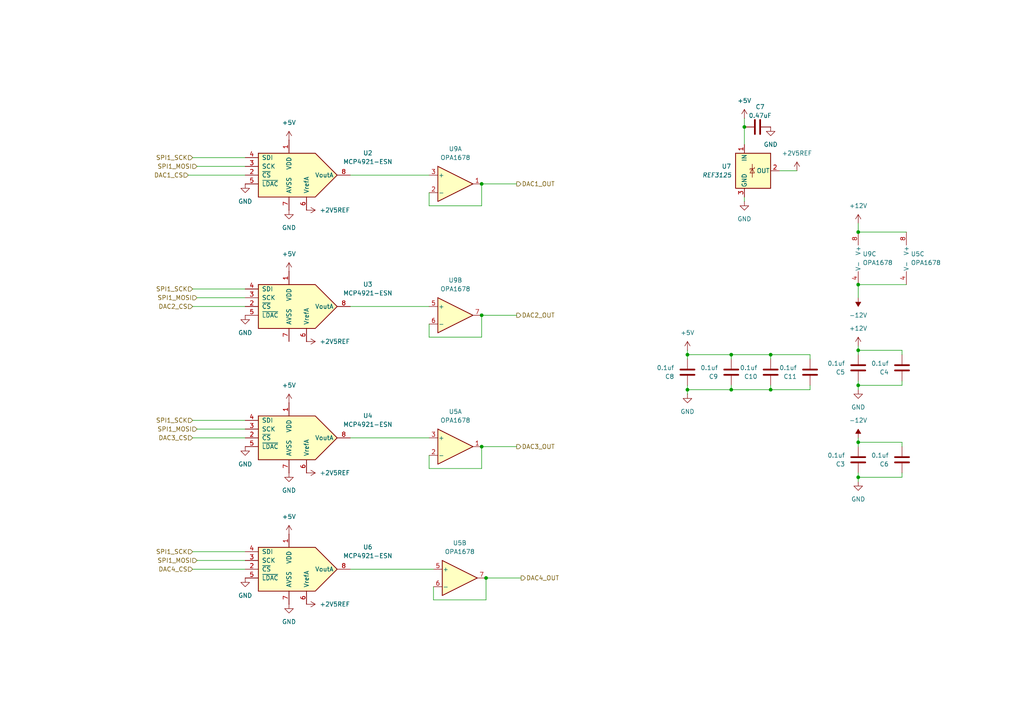
<source format=kicad_sch>
(kicad_sch (version 20250114) (generator "eeschema") (generator_version "9.0")
  (paper "A4")
  (lib_symbols
    (symbol "Amplifier_Operational:OPA1678" (pin_names (offset 0.127))
      (property "Reference" "U" (at 0 5.08 0))
      (property "Value" "OPA1678" (at 0 -5.08 0))
      (symbol "OPA1678_1_1"
        (polyline (pts (xy -5.08 5.08) (xy 5.08 0) (xy -5.08 -5.08) (xy -5.08 5.08)) (stroke (width 0.254)) (fill (type background)))
        (pin input line (at -7.62 2.54 0) (length 2.54) (name "+") (number "3"))
        (pin input line (at -7.62 -2.54 0) (length 2.54) (name "-") (number "2"))
        (pin output line (at 7.62 0 180) (length 2.54) (name "~") (number "1"))
      )
      (symbol "OPA1678_2_1"
        (polyline (pts (xy -5.08 5.08) (xy 5.08 0) (xy -5.08 -5.08) (xy -5.08 5.08)) (stroke (width 0.254)) (fill (type background)))
        (pin input line (at -7.62 2.54 0) (length 2.54) (name "+") (number "5"))
        (pin input line (at -7.62 -2.54 0) (length 2.54) (name "-") (number "6"))
        (pin output line (at 7.62 0 180) (length 2.54) (name "~") (number "7"))
      )
      (symbol "OPA1678_3_1"
        (pin power_in line (at -2.54 7.62 270) (length 3.81) (name "V+") (number "8"))
        (pin power_in line (at -2.54 -7.62 90) (length 3.81) (name "V-") (number "4"))
      )
    )
    (symbol "Analog_DAC:MCP4921-ESN" (pin_names (offset 1.016))
      (property "Reference" "U" (at -11.43 7.62 0))
      (property "Value" "MCP4921-ESN" (at 0 7.62 0))
      (symbol "MCP4921-ESN_0_1"
        (polyline (pts (xy -11.43 6.35) (xy 5.08 6.35) (xy 11.43 0) (xy 5.08 -6.35) (xy -11.43 -6.35) (xy -11.43 6.35)) (stroke (width 0.254)) (fill (type background)))
      )
      (symbol "MCP4921-ESN_1_1"
        (pin input line (at -15.24 5.08 0) (length 3.81) (name "SDI") (number "4"))
        (pin input line (at -15.24 2.54 0) (length 3.81) (name "SCK") (number "3"))
        (pin input line (at -15.24 0 0) (length 3.81) (name "~{CS}") (number "2"))
        (pin input line (at -15.24 -2.54 0) (length 3.81) (name "~{LDAC}") (number "5"))
        (pin power_in line (at -2.54 10.16 270) (length 3.81) (name "VDD") (number "1"))
        (pin power_in line (at -2.54 -10.16 90) (length 3.81) (name "AVSS") (number "7"))
        (pin passive line (at 2.54 -10.16 90) (length 3.81) (name "VrefA") (number "6"))
        (pin passive line (at 15.24 0 180) (length 3.81) (name "VoutA") (number "8"))
      )
    )
    (symbol "Device:C" (pin_numbers (hide yes)) (pin_names (offset 0.254))
      (property "Reference" "C" (at 0.635 2.54 0))
      (property "Value" "C" (at 0.635 -2.54 0))
      (symbol "C_0_1"
        (polyline (pts (xy -2.032 0.762) (xy 2.032 0.762)) (stroke (width 0.508)))
        (polyline (pts (xy -2.032 -0.762) (xy 2.032 -0.762)) (stroke (width 0.508)))
      )
      (symbol "C_1_1"
        (pin passive line (at 0 3.81 270) (length 2.794) (name "~") (number "1"))
        (pin passive line (at 0 -3.81 90) (length 2.794) (name "~") (number "2"))
      )
    )
    (symbol "Reference_Voltage:REF3025" (pin_names (offset 0.254))
      (property "Reference" "U" (at 0 6.35 0))
      (property "Value" "REF3025" (at 2.54 -6.35 0))
      (symbol "REF3025_0_1"
        (rectangle (start -5.08 5.08) (end 5.08 -5.08) (stroke (width 0.254)) (fill (type background)))
        (polyline (pts (xy -0.889 -0.635) (xy 0.381 -0.635) (xy -0.254 0.635) (xy -0.889 -0.635)))
        (polyline (pts (xy -0.254 1.905) (xy -0.254 -1.905)))
        (polyline (pts (xy 0.381 1.016) (xy 0.381 0.635) (xy -0.889 0.635) (xy -0.889 0.254)))
      )
      (symbol "REF3025_1_1"
        (pin power_in line (at -2.54 7.62 270) (length 2.54) (name "IN") (number "1"))
        (pin power_in line (at -2.54 -7.62 90) (length 2.54) (name "GND") (number "3"))
        (pin power_out line (at 7.62 0 180) (length 2.54) (name "OUT") (number "2"))
      )
    )
    (symbol "power:+12V" (power) (pin_numbers (hide yes)) (pin_names (offset 0) (hide yes))
      (property "Value" "+12V" (at 0 3.556 0))
      (symbol "+12V_0_1"
        (polyline (pts (xy -0.762 1.27) (xy 0 2.54)))
        (polyline (pts (xy 0 2.54) (xy 0.762 1.27)))
        (polyline (pts (xy 0 0) (xy 0 2.54)))
      )
      (symbol "+12V_1_1"
        (pin power_in line (at 0 0 90) (length 0) (name "~") (number "1"))
      )
    )
    (symbol "power:+2V5" (power) (pin_numbers (hide yes)) (pin_names (offset 0) (hide yes))
      (property "Value" "+2V5" (at 0 3.556 0))
      (symbol "+2V5_0_1"
        (polyline (pts (xy -0.762 1.27) (xy 0 2.54)))
        (polyline (pts (xy 0 2.54) (xy 0.762 1.27)))
        (polyline (pts (xy 0 0) (xy 0 2.54)))
      )
      (symbol "+2V5_1_1"
        (pin power_in line (at 0 0 90) (length 0) (name "~") (number "1"))
      )
    )
    (symbol "power:+5V" (power) (pin_numbers (hide yes)) (pin_names (offset 0) (hide yes))
      (property "Value" "+5V" (at 0 3.556 0))
      (symbol "+5V_0_1"
        (polyline (pts (xy -0.762 1.27) (xy 0 2.54)))
        (polyline (pts (xy 0 2.54) (xy 0.762 1.27)))
        (polyline (pts (xy 0 0) (xy 0 2.54)))
      )
      (symbol "+5V_1_1"
        (pin power_in line (at 0 0 90) (length 0) (name "~") (number "1"))
      )
    )
    (symbol "power:-12V" (power) (pin_numbers (hide yes)) (pin_names (offset 0) (hide yes))
      (property "Value" "-12V" (at 0 3.556 0))
      (symbol "-12V_0_0"
        (pin power_in line (at 0 0 90) (length 0) (name "~") (number "1"))
      )
      (symbol "-12V_0_1"
        (polyline (pts (xy 0 0) (xy 0 1.27) (xy 0.762 1.27) (xy 0 2.54) (xy -0.762 1.27) (xy 0 1.27)) (fill (type outline)))
      )
    )
    (symbol "power:GND" (power) (pin_numbers (hide yes)) (pin_names (offset 0) (hide yes))
      (property "Value" "GND" (at 0 -3.81 0))
      (symbol "GND_0_1"
        (polyline (pts (xy 0 0) (xy 0 -1.27) (xy 1.27 -1.27) (xy 0 -2.54) (xy -1.27 -1.27) (xy 0 -1.27)))
      )
      (symbol "GND_1_1"
        (pin power_in line (at 0 0 270) (length 0) (name "~") (number "1"))
      )
    )
  )
  (junction (at 223.52 113.03))
  (junction (at 139.7 91.44))
  (junction (at 248.92 82.55))
  (junction (at 223.52 102.87))
  (junction (at 139.7 53.34))
  (junction (at 212.09 113.03))
  (junction (at 248.92 67.31))
  (junction (at 248.92 138.43))
  (junction (at 248.92 128.27))
  (junction (at 215.9 36.83))
  (junction (at 199.39 102.87))
  (junction (at 139.7 129.54))
  (junction (at 212.09 102.87))
  (junction (at 199.39 113.03))
  (junction (at 248.92 111.76))
  (junction (at 248.92 101.6))
  (junction (at 140.97 167.64))
  (wire (pts (xy 124.46 55.88) (xy 124.46 59.69)))
  (wire (pts (xy 248.92 138.43) (xy 261.62 138.43)))
  (wire (pts (xy 212.09 102.87) (xy 223.52 102.87)))
  (wire (pts (xy 101.6 127) (xy 124.46 127)))
  (wire (pts (xy 248.92 67.31) (xy 262.89 67.31)))
  (wire (pts (xy 125.73 170.18) (xy 125.73 173.99)))
  (wire (pts (xy 54.61 50.8) (xy 71.12 50.8)))
  (wire (pts (xy 248.92 128.27) (xy 248.92 129.54)))
  (wire (pts (xy 234.95 113.03) (xy 223.52 113.03)))
  (wire (pts (xy 199.39 101.6) (xy 199.39 102.87)))
  (wire (pts (xy 139.7 53.34) (xy 149.86 53.34)))
  (wire (pts (xy 248.92 101.6) (xy 248.92 102.87)))
  (wire (pts (xy 55.88 127) (xy 71.12 127)))
  (wire (pts (xy 223.52 111.76) (xy 223.52 113.03)))
  (wire (pts (xy 212.09 104.14) (xy 212.09 102.87)))
  (wire (pts (xy 124.46 59.69) (xy 139.7 59.69)))
  (wire (pts (xy 261.62 111.76) (xy 261.62 110.49)))
  (wire (pts (xy 248.92 139.7) (xy 248.92 138.43)))
  (wire (pts (xy 139.7 97.79) (xy 139.7 91.44)))
  (wire (pts (xy 234.95 104.14) (xy 234.95 102.87)))
  (wire (pts (xy 139.7 129.54) (xy 149.86 129.54)))
  (wire (pts (xy 223.52 102.87) (xy 234.95 102.87)))
  (wire (pts (xy 248.92 138.43) (xy 248.92 137.16)))
  (wire (pts (xy 261.62 138.43) (xy 261.62 137.16)))
  (wire (pts (xy 248.92 111.76) (xy 248.92 110.49)))
  (wire (pts (xy 124.46 50.8) (xy 101.6 50.8)))
  (wire (pts (xy 55.88 165.1) (xy 71.12 165.1)))
  (wire (pts (xy 261.62 101.6) (xy 261.62 102.87)))
  (wire (pts (xy 199.39 102.87) (xy 199.39 104.14)))
  (wire (pts (xy 57.15 48.26) (xy 71.12 48.26)))
  (wire (pts (xy 212.09 111.76) (xy 212.09 113.03)))
  (wire (pts (xy 248.92 100.33) (xy 248.92 101.6)))
  (wire (pts (xy 234.95 111.76) (xy 234.95 113.03)))
  (wire (pts (xy 57.15 124.46) (xy 71.12 124.46)))
  (wire (pts (xy 248.92 64.77) (xy 248.92 67.31)))
  (wire (pts (xy 248.92 82.55) (xy 262.89 82.55)))
  (wire (pts (xy 215.9 36.83) (xy 215.9 41.91)))
  (wire (pts (xy 125.73 165.1) (xy 101.6 165.1)))
  (wire (pts (xy 199.39 114.3) (xy 199.39 113.03)))
  (wire (pts (xy 223.52 113.03) (xy 212.09 113.03)))
  (wire (pts (xy 248.92 113.03) (xy 248.92 111.76)))
  (wire (pts (xy 226.06 49.53) (xy 231.14 49.53)))
  (wire (pts (xy 124.46 135.89) (xy 139.7 135.89)))
  (wire (pts (xy 139.7 129.54) (xy 139.7 135.89)))
  (wire (pts (xy 140.97 167.64) (xy 151.13 167.64)))
  (wire (pts (xy 57.15 86.36) (xy 71.12 86.36)))
  (wire (pts (xy 55.88 160.02) (xy 71.12 160.02)))
  (wire (pts (xy 57.15 162.56) (xy 71.12 162.56)))
  (wire (pts (xy 261.62 128.27) (xy 261.62 129.54)))
  (wire (pts (xy 124.46 93.98) (xy 124.46 97.79)))
  (wire (pts (xy 139.7 59.69) (xy 139.7 53.34)))
  (wire (pts (xy 248.92 127) (xy 248.92 128.27)))
  (wire (pts (xy 124.46 132.08) (xy 124.46 135.89)))
  (wire (pts (xy 55.88 45.72) (xy 71.12 45.72)))
  (wire (pts (xy 199.39 111.76) (xy 199.39 113.03)))
  (wire (pts (xy 223.52 104.14) (xy 223.52 102.87)))
  (wire (pts (xy 55.88 88.9) (xy 71.12 88.9)))
  (wire (pts (xy 55.88 83.82) (xy 71.12 83.82)))
  (wire (pts (xy 124.46 88.9) (xy 101.6 88.9)))
  (wire (pts (xy 215.9 34.29) (xy 215.9 36.83)))
  (wire (pts (xy 248.92 86.36) (xy 248.92 82.55)))
  (wire (pts (xy 125.73 173.99) (xy 140.97 173.99)))
  (wire (pts (xy 248.92 128.27) (xy 261.62 128.27)))
  (wire (pts (xy 212.09 113.03) (xy 199.39 113.03)))
  (wire (pts (xy 139.7 91.44) (xy 149.86 91.44)))
  (wire (pts (xy 55.88 121.92) (xy 71.12 121.92)))
  (wire (pts (xy 248.92 101.6) (xy 261.62 101.6)))
  (wire (pts (xy 124.46 97.79) (xy 139.7 97.79)))
  (wire (pts (xy 248.92 111.76) (xy 261.62 111.76)))
  (wire (pts (xy 140.97 167.64) (xy 140.97 173.99)))
  (wire (pts (xy 215.9 58.42) (xy 215.9 57.15)))
  (wire (pts (xy 199.39 102.87) (xy 212.09 102.87)))
  (hierarchical_label "DAC4_CS" (shape input) (at 55.88 165.1 180))
  (hierarchical_label "DAC4_OUT" (shape output) (at 151.13 167.64 0))
  (hierarchical_label "DAC3_OUT" (shape output) (at 149.86 129.54 0))
  (hierarchical_label "DAC3_CS" (shape input) (at 55.88 127 180))
  (hierarchical_label "SPI1_SCK" (shape input) (at 55.88 121.92 180))
  (hierarchical_label "DAC2_OUT" (shape output) (at 149.86 91.44 0))
  (hierarchical_label "SPI1_MOSI" (shape input) (at 57.15 86.36 180))
  (hierarchical_label "DAC1_OUT" (shape output) (at 149.86 53.34 0))
  (hierarchical_label "SPI1_MOSI" (shape input) (at 57.15 48.26 180))
  (hierarchical_label "SPI1_SCK" (shape input) (at 55.88 160.02 180))
  (hierarchical_label "SPI1_SCK" (shape input) (at 55.88 45.72 180))
  (hierarchical_label "SPI1_MOSI" (shape input) (at 57.15 162.56 180))
  (hierarchical_label "SPI1_MOSI" (shape input) (at 57.15 124.46 180))
  (hierarchical_label "DAC2_CS" (shape input) (at 55.88 88.9 180))
  (hierarchical_label "DAC1_CS" (shape input) (at 54.61 50.8 180))
  (hierarchical_label "SPI1_SCK" (shape input) (at 55.88 83.82 180))
  (symbol (lib_id "Amplifier_Operational:OPA1678") (at 132.08 91.44 0) (unit 2)
    (property "Reference" "U9" (at 132.08 81.28 0))
    (property "Value" "OPA1678" (at 132.08 83.82 0))
    (property "Footprint" "Package_SO:SOIC-8_3.9x4.9mm_P1.27mm" (effects (hide yes)))
    (property "Datasheet" "http://www.ti.com/lit/ds/symlink/opa1678.pdf" (effects (hide yes)))
    (property "Description" "Low-Distortion Audio Operational Amplifiers, SOIC-8/VSSOP-8" (effects (hide yes)))
  )
  (symbol (lib_id "power:GND") (at 71.12 167.64 0) (unit 1)
    (property "Reference" "#PWR07" (effects (hide yes)))
    (property "Value" "GND" (at 71.12 172.72 0))
    (property "Description" "Power symbol creates a global label with name \"GND\" , ground" (effects (hide yes)))
  )
  (symbol (lib_id "power:GND") (at 83.82 137.16 0) (unit 1)
    (property "Reference" "#PWR027" (effects (hide yes)))
    (property "Value" "GND" (at 83.82 142.24 0))
    (property "Description" "Power symbol creates a global label with name \"GND\" , ground" (effects (hide yes)))
  )
  (symbol (lib_id "power:GND") (at 71.12 129.54 0) (unit 1)
    (property "Reference" "#PWR06" (effects (hide yes)))
    (property "Value" "GND" (at 71.12 134.62 0))
    (property "Description" "Power symbol creates a global label with name \"GND\" , ground" (effects (hide yes)))
  )
  (symbol (lib_id "power:GND") (at 83.82 175.26 0) (unit 1)
    (property "Reference" "#PWR028" (effects (hide yes)))
    (property "Value" "GND" (at 83.82 180.34 0))
    (property "Description" "Power symbol creates a global label with name \"GND\" , ground" (effects (hide yes)))
  )
  (symbol (lib_id "Reference_Voltage:REF3025") (at 218.44 49.53 0) (unit 1)
    (property "Reference" "U7" (at 212.09 48.2599 0) (effects (justify right)))
    (property "Value" "REF3125" (at 212.09 50.7999 0) (effects (font (italic yes)) (justify right)))
    (property "Footprint" "Package_TO_SOT_SMD:SOT-23" (effects (hide yes)))
    (property "Datasheet" "http://www.ti.com/lit/ds/symlink/ref3033.pdf" (effects (hide yes)))
    (property "Description" "2.500V 50-ppm/°C Max, 50-μA, CMOS Voltage Reference, SOT-23-3" (effects (hide yes)))
  )
  (symbol (lib_id "power:GND") (at 248.92 139.7 0) (unit 1)
    (property "Reference" "#PWR013" (effects (hide yes)))
    (property "Value" "GND" (at 248.92 144.78 0))
    (property "Description" "Power symbol creates a global label with name \"GND\" , ground" (effects (hide yes)))
  )
  (symbol (lib_id "power:GND") (at 248.92 113.03 0) (unit 1)
    (property "Reference" "#PWR012" (effects (hide yes)))
    (property "Value" "GND" (at 248.92 118.11 0))
    (property "Description" "Power symbol creates a global label with name \"GND\" , ground" (effects (hide yes)))
  )
  (symbol (lib_id "power:GND") (at 223.52 36.83 0) (unit 1)
    (property "Reference" "#PWR016" (effects (hide yes)))
    (property "Value" "GND" (at 223.52 41.91 0))
    (property "Description" "Power symbol creates a global label with name \"GND\" , ground" (effects (hide yes)))
  )
  (symbol (lib_id "Amplifier_Operational:OPA1678") (at 132.08 53.34 0) (unit 1)
    (property "Reference" "U9" (at 132.08 43.18 0))
    (property "Value" "OPA1678" (at 132.08 45.72 0))
    (property "Footprint" "Package_SO:SOIC-8_3.9x4.9mm_P1.27mm" (effects (hide yes)))
    (property "Datasheet" "http://www.ti.com/lit/ds/symlink/opa1678.pdf" (effects (hide yes)))
    (property "Description" "Low-Distortion Audio Operational Amplifiers, SOIC-8/VSSOP-8" (effects (hide yes)))
  )
  (symbol (lib_id "power:+5V") (at 199.39 101.6 0) (unit 1)
    (property "Reference" "#PWR029" (effects (hide yes)))
    (property "Value" "+5V" (at 199.39 96.52 0))
    (property "Description" "Power symbol creates a global label with name \"+5V\"" (effects (hide yes)))
  )
  (symbol (lib_id "power:GND") (at 83.82 60.96 0) (unit 1)
    (property "Reference" "#PWR026" (effects (hide yes)))
    (property "Value" "GND" (at 83.82 66.04 0))
    (property "Description" "Power symbol creates a global label with name \"GND\" , ground" (effects (hide yes)))
  )
  (symbol (lib_id "Device:C") (at 248.92 106.68 0) (unit 1)
    (property "Reference" "C5" (at 245.11 107.9501 0) (effects (justify right)))
    (property "Value" "0.1uf" (at 245.11 105.4101 0) (effects (justify right)))
    (property "Footprint" "Capacitor_SMD:C_0603_1608Metric" (effects (hide yes)))
    (property "Description" "Unpolarized capacitor" (effects (hide yes)))
  )
  (symbol (lib_id "power:GND") (at 71.12 91.44 0) (unit 1)
    (property "Reference" "#PWR05" (effects (hide yes)))
    (property "Value" "GND" (at 71.12 96.52 0))
    (property "Description" "Power symbol creates a global label with name \"GND\" , ground" (effects (hide yes)))
  )
  (symbol (lib_id "power:GND") (at 215.9 58.42 0) (unit 1)
    (property "Reference" "#PWR015" (effects (hide yes)))
    (property "Value" "GND" (at 215.9 63.5 0))
    (property "Description" "Power symbol creates a global label with name \"GND\" , ground" (effects (hide yes)))
  )
  (symbol (lib_id "power:+5V") (at 83.82 154.94 0) (unit 1)
    (property "Reference" "#PWR025" (effects (hide yes)))
    (property "Value" "+5V" (at 83.82 149.86 0))
    (property "Description" "Power symbol creates a global label with name \"+5V\"" (effects (hide yes)))
  )
  (symbol (lib_id "power:GND") (at 199.39 114.3 0) (unit 1)
    (property "Reference" "#PWR030" (effects (hide yes)))
    (property "Value" "GND" (at 199.39 119.38 0))
    (property "Description" "Power symbol creates a global label with name \"GND\" , ground" (effects (hide yes)))
  )
  (symbol (lib_id "power:+2V5") (at 231.14 49.53 0) (unit 1)
    (property "Reference" "#PWR017" (effects (hide yes)))
    (property "Value" "+2V5REF" (at 231.14 44.45 0))
    (property "Description" "Power symbol creates a global label with name \"+2V5\"" (effects (hide yes)))
  )
  (symbol (lib_id "Analog_DAC:MCP4921-ESN") (at 86.36 88.9 0) (unit 1)
    (property "Reference" "U3" (at 106.68 82.4798 0))
    (property "Value" "MCP4921-ESN" (at 106.68 85.0198 0))
    (property "Footprint" "Package_SO:SOIC-8_3.9x4.9mm_P1.27mm" (effects (hide yes)))
    (property "Datasheet" "http://ww1.microchip.com/downloads/en/devicedoc/21897a.pdf" (effects (hide yes)))
    (property "Description" "Single 12-bit Digital to Analog Converter, SPI Interface, SOIC-8" (effects (hide yes)))
  )
  (symbol (lib_id "power:+5V") (at 83.82 40.64 0) (unit 1)
    (property "Reference" "#PWR022" (effects (hide yes)))
    (property "Value" "+5V" (at 83.82 35.56 0))
    (property "Description" "Power symbol creates a global label with name \"+5V\"" (effects (hide yes)))
  )
  (symbol (lib_id "power:-12V") (at 248.92 127 0) (unit 1)
    (property "Reference" "#PWR011" (effects (hide yes)))
    (property "Value" "-12V" (at 248.92 121.92 0))
    (property "Description" "Power symbol creates a global label with name \"-12V\"" (effects (hide yes)))
  )
  (symbol (lib_id "Analog_DAC:MCP4921-ESN") (at 86.36 165.1 0) (unit 1)
    (property "Reference" "U6" (at 106.68 158.6798 0))
    (property "Value" "MCP4921-ESN" (at 106.68 161.2198 0))
    (property "Footprint" "Package_SO:SOIC-8_3.9x4.9mm_P1.27mm" (effects (hide yes)))
    (property "Datasheet" "http://ww1.microchip.com/downloads/en/devicedoc/21897a.pdf" (effects (hide yes)))
    (property "Description" "Single 12-bit Digital to Analog Converter, SPI Interface, SOIC-8" (effects (hide yes)))
  )
  (symbol (lib_id "Analog_DAC:MCP4921-ESN") (at 86.36 127 0) (unit 1)
    (property "Reference" "U4" (at 106.68 120.5798 0))
    (property "Value" "MCP4921-ESN" (at 106.68 123.1198 0))
    (property "Footprint" "Package_SO:SOIC-8_3.9x4.9mm_P1.27mm" (effects (hide yes)))
    (property "Datasheet" "http://ww1.microchip.com/downloads/en/devicedoc/21897a.pdf" (effects (hide yes)))
    (property "Description" "Single 12-bit Digital to Analog Converter, SPI Interface, SOIC-8" (effects (hide yes)))
  )
  (symbol (lib_id "power:+12V") (at 248.92 64.77 0) (unit 1)
    (property "Reference" "#PWR08" (effects (hide yes)))
    (property "Value" "+12V" (at 248.92 59.69 0))
    (property "Description" "Power symbol creates a global label with name \"+12V\"" (effects (hide yes)))
  )
  (symbol (lib_id "power:+12V") (at 248.92 100.33 0) (unit 1)
    (property "Reference" "#PWR010" (effects (hide yes)))
    (property "Value" "+12V" (at 248.92 95.25 0))
    (property "Description" "Power symbol creates a global label with name \"+12V\"" (effects (hide yes)))
  )
  (symbol (lib_id "Device:C") (at 212.09 107.95 0) (unit 1)
    (property "Reference" "C9" (at 208.28 109.2201 0) (effects (justify right)))
    (property "Value" "0.1uf" (at 208.28 106.6801 0) (effects (justify right)))
    (property "Footprint" "Capacitor_SMD:C_0603_1608Metric" (effects (hide yes)))
    (property "Description" "Unpolarized capacitor" (effects (hide yes)))
  )
  (symbol (lib_id "Device:C") (at 248.92 133.35 0) (unit 1)
    (property "Reference" "C3" (at 245.11 134.6201 0) (effects (justify right)))
    (property "Value" "0.1uf" (at 245.11 132.0801 0) (effects (justify right)))
    (property "Footprint" "Capacitor_SMD:C_0603_1608Metric" (effects (hide yes)))
    (property "Description" "Unpolarized capacitor" (effects (hide yes)))
  )
  (symbol (lib_id "Amplifier_Operational:OPA1678") (at 132.08 129.54 0) (unit 1)
    (property "Reference" "U5" (at 132.08 119.38 0))
    (property "Value" "OPA1678" (at 132.08 121.92 0))
    (property "Footprint" "Package_SO:SOIC-8_3.9x4.9mm_P1.27mm" (effects (hide yes)))
    (property "Datasheet" "http://www.ti.com/lit/ds/symlink/opa1678.pdf" (effects (hide yes)))
    (property "Description" "Low-Distortion Audio Operational Amplifiers, SOIC-8/VSSOP-8" (effects (hide yes)))
  )
  (symbol (lib_id "Amplifier_Operational:OPA1678") (at 251.46 74.93 0) (unit 3)
    (property "Reference" "U9" (at 250.19 73.6599 0) (effects (justify left)))
    (property "Value" "OPA1678" (at 250.19 76.1999 0) (effects (justify left)))
    (property "Footprint" "Package_SO:SOIC-8_3.9x4.9mm_P1.27mm" (effects (hide yes)))
    (property "Datasheet" "http://www.ti.com/lit/ds/symlink/opa1678.pdf" (effects (hide yes)))
    (property "Description" "Low-Distortion Audio Operational Amplifiers, SOIC-8/VSSOP-8" (effects (hide yes)))
  )
  (symbol (lib_id "power:+2V5") (at 88.9 175.26 270) (unit 1)
    (property "Reference" "#PWR021" (effects (hide yes)))
    (property "Value" "+2V5REF" (at 92.71 175.2599 90) (effects (justify left)))
    (property "Description" "Power symbol creates a global label with name \"+2V5\"" (effects (hide yes)))
  )
  (symbol (lib_id "power:+2V5") (at 88.9 99.06 270) (unit 1)
    (property "Reference" "#PWR019" (effects (hide yes)))
    (property "Value" "+2V5REF" (at 92.71 99.0599 90) (effects (justify left)))
    (property "Description" "Power symbol creates a global label with name \"+2V5\"" (effects (hide yes)))
  )
  (symbol (lib_id "power:+2V5") (at 88.9 137.16 270) (unit 1)
    (property "Reference" "#PWR020" (effects (hide yes)))
    (property "Value" "+2V5REF" (at 92.71 137.1599 90) (effects (justify left)))
    (property "Description" "Power symbol creates a global label with name \"+2V5\"" (effects (hide yes)))
  )
  (symbol (lib_id "Amplifier_Operational:OPA1678") (at 133.35 167.64 0) (unit 2)
    (property "Reference" "U5" (at 133.35 157.48 0))
    (property "Value" "OPA1678" (at 133.35 160.02 0))
    (property "Footprint" "Package_SO:SOIC-8_3.9x4.9mm_P1.27mm" (effects (hide yes)))
    (property "Datasheet" "http://www.ti.com/lit/ds/symlink/opa1678.pdf" (effects (hide yes)))
    (property "Description" "Low-Distortion Audio Operational Amplifiers, SOIC-8/VSSOP-8" (effects (hide yes)))
  )
  (symbol (lib_id "Device:C") (at 261.62 106.68 0) (unit 1)
    (property "Reference" "C4" (at 257.81 107.9501 0) (effects (justify right)))
    (property "Value" "0.1uf" (at 257.81 105.4101 0) (effects (justify right)))
    (property "Footprint" "Capacitor_SMD:C_0603_1608Metric" (effects (hide yes)))
    (property "Description" "Unpolarized capacitor" (effects (hide yes)))
  )
  (symbol (lib_id "Device:C") (at 223.52 107.95 0) (unit 1)
    (property "Reference" "C10" (at 219.71 109.2201 0) (effects (justify right)))
    (property "Value" "0.1uf" (at 219.71 106.6801 0) (effects (justify right)))
    (property "Footprint" "Capacitor_SMD:C_0603_1608Metric" (effects (hide yes)))
    (property "Description" "Unpolarized capacitor" (effects (hide yes)))
  )
  (symbol (lib_id "power:+5V") (at 83.82 78.74 0) (unit 1)
    (property "Reference" "#PWR023" (effects (hide yes)))
    (property "Value" "+5V" (at 83.82 73.66 0))
    (property "Description" "Power symbol creates a global label with name \"+5V\"" (effects (hide yes)))
  )
  (symbol (lib_id "Analog_DAC:MCP4921-ESN") (at 86.36 50.8 0) (unit 1)
    (property "Reference" "U2" (at 106.68 44.3798 0))
    (property "Value" "MCP4921-ESN" (at 106.68 46.9198 0))
    (property "Footprint" "Package_SO:SOIC-8_3.9x4.9mm_P1.27mm" (effects (hide yes)))
    (property "Datasheet" "http://ww1.microchip.com/downloads/en/devicedoc/21897a.pdf" (effects (hide yes)))
    (property "Description" "Single 12-bit Digital to Analog Converter, SPI Interface, SOIC-8" (effects (hide yes)))
  )
  (symbol (lib_id "Device:C") (at 219.71 36.83 90) (unit 1)
    (property "Reference" "C7" (at 220.472 30.988 90))
    (property "Value" "0.47uF" (at 220.472 33.528 90))
    (property "Footprint" "Capacitor_SMD:C_0603_1608Metric" (effects (hide yes)))
    (property "Description" "Unpolarized capacitor" (effects (hide yes)))
  )
  (symbol (lib_id "Device:C") (at 261.62 133.35 0) (unit 1)
    (property "Reference" "C6" (at 257.81 134.6201 0) (effects (justify right)))
    (property "Value" "0.1uf" (at 257.81 132.0801 0) (effects (justify right)))
    (property "Footprint" "Capacitor_SMD:C_0603_1608Metric" (effects (hide yes)))
    (property "Description" "Unpolarized capacitor" (effects (hide yes)))
  )
  (symbol (lib_id "power:+5V") (at 215.9 34.29 0) (unit 1)
    (property "Reference" "#PWR014" (effects (hide yes)))
    (property "Value" "+5V" (at 215.9 29.21 0))
    (property "Description" "Power symbol creates a global label with name \"+5V\"" (effects (hide yes)))
  )
  (symbol (lib_id "power:-12V") (at 248.92 86.36 180) (unit 1)
    (property "Reference" "#PWR09" (effects (hide yes)))
    (property "Value" "-12V" (at 248.92 91.44 0))
    (property "Description" "Power symbol creates a global label with name \"-12V\"" (effects (hide yes)))
  )
  (symbol (lib_id "Device:C") (at 234.95 107.95 0) (unit 1)
    (property "Reference" "C11" (at 231.14 109.2201 0) (effects (justify right)))
    (property "Value" "0.1uf" (at 231.14 106.6801 0) (effects (justify right)))
    (property "Footprint" "Capacitor_SMD:C_0603_1608Metric" (effects (hide yes)))
    (property "Description" "Unpolarized capacitor" (effects (hide yes)))
  )
  (symbol (lib_id "Amplifier_Operational:OPA1678") (at 265.43 74.93 0) (unit 3)
    (property "Reference" "U5" (at 264.16 73.6599 0) (effects (justify left)))
    (property "Value" "OPA1678" (at 264.16 76.1999 0) (effects (justify left)))
    (property "Footprint" "Package_SO:SOIC-8_3.9x4.9mm_P1.27mm" (effects (hide yes)))
    (property "Datasheet" "http://www.ti.com/lit/ds/symlink/opa1678.pdf" (effects (hide yes)))
    (property "Description" "Low-Distortion Audio Operational Amplifiers, SOIC-8/VSSOP-8" (effects (hide yes)))
  )
  (symbol (lib_id "power:+2V5") (at 88.9 60.96 270) (unit 1)
    (property "Reference" "#PWR018" (effects (hide yes)))
    (property "Value" "+2V5REF" (at 92.71 60.9599 90) (effects (justify left)))
    (property "Description" "Power symbol creates a global label with name \"+2V5\"" (effects (hide yes)))
  )
  (symbol (lib_id "power:GND") (at 71.12 53.34 0) (unit 1)
    (property "Reference" "#PWR04" (effects (hide yes)))
    (property "Value" "GND" (at 71.12 58.42 0))
    (property "Description" "Power symbol creates a global label with name \"GND\" , ground" (effects (hide yes)))
  )
  (symbol (lib_id "Device:C") (at 199.39 107.95 0) (unit 1)
    (property "Reference" "C8" (at 195.58 109.2201 0) (effects (justify right)))
    (property "Value" "0.1uf" (at 195.58 106.6801 0) (effects (justify right)))
    (property "Footprint" "Capacitor_SMD:C_0603_1608Metric" (effects (hide yes)))
    (property "Description" "Unpolarized capacitor" (effects (hide yes)))
  )
  (symbol (lib_id "power:+5V") (at 83.82 116.84 0) (unit 1)
    (property "Reference" "#PWR024" (effects (hide yes)))
    (property "Value" "+5V" (at 83.82 111.76 0))
    (property "Description" "Power symbol creates a global label with name \"+5V\"" (effects (hide yes)))
  )
)
</source>
